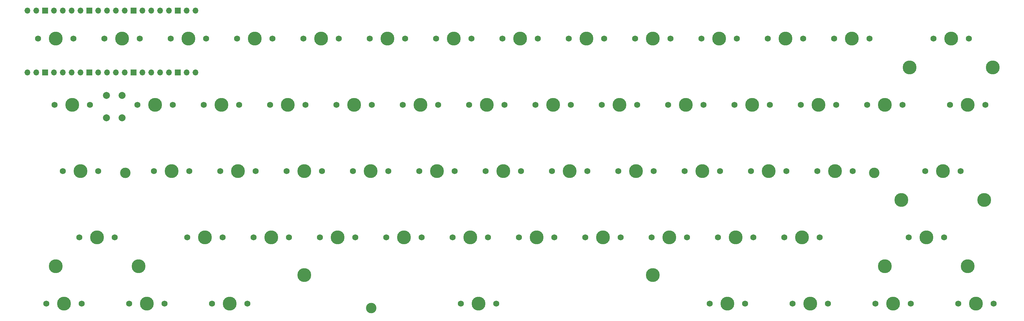
<source format=gbr>
%TF.GenerationSoftware,KiCad,Pcbnew,6.0.6-3a73a75311~116~ubuntu21.10.1*%
%TF.CreationDate,2022-11-06T15:30:45+01:00*%
%TF.ProjectId,Keyboard,4b657962-6f61-4726-942e-6b696361645f,v1*%
%TF.SameCoordinates,Original*%
%TF.FileFunction,Soldermask,Top*%
%TF.FilePolarity,Negative*%
%FSLAX46Y46*%
G04 Gerber Fmt 4.6, Leading zero omitted, Abs format (unit mm)*
G04 Created by KiCad (PCBNEW 6.0.6-3a73a75311~116~ubuntu21.10.1) date 2022-11-06 15:30:45*
%MOMM*%
%LPD*%
G01*
G04 APERTURE LIST*
%ADD10C,2.000000*%
%ADD11C,1.750000*%
%ADD12C,3.987800*%
%ADD13C,3.000000*%
%ADD14O,1.700000X1.700000*%
%ADD15R,1.700000X1.700000*%
G04 APERTURE END LIST*
D10*
%TO.C,SW62*%
X103049900Y-81675900D03*
X103049900Y-88175900D03*
X98549900Y-81675900D03*
X98549900Y-88175900D03*
%TD*%
D11*
%TO.C,SW9*%
X231294900Y-65403300D03*
D12*
X236374900Y-65403300D03*
D11*
X241454900Y-65403300D03*
%TD*%
%TO.C,SW33*%
X169376500Y-103499000D03*
X179536500Y-103499000D03*
D12*
X174456500Y-103499000D03*
%TD*%
D11*
%TO.C,SW4*%
X136044900Y-65403300D03*
D12*
X141124900Y-65403300D03*
D11*
X146204900Y-65403300D03*
%TD*%
%TO.C,SW30*%
X112228700Y-103499300D03*
X122388700Y-103499300D03*
D12*
X117308700Y-103499300D03*
%TD*%
D11*
%TO.C,SW42*%
X90799000Y-122547800D03*
X100959000Y-122547800D03*
D12*
X95879000Y-122547800D03*
%TD*%
D11*
%TO.C,SW25*%
X289075500Y-84450200D03*
X278915500Y-84450200D03*
D12*
X283995500Y-84450200D03*
%TD*%
D11*
%TO.C,SW28*%
X340814500Y-84450500D03*
X350974500Y-84450500D03*
D12*
X345894500Y-84450500D03*
%TD*%
%TO.C,SW49*%
X241123500Y-122548100D03*
D11*
X246203500Y-122548100D03*
X236043500Y-122548100D03*
%TD*%
%TO.C,SW12*%
X288444900Y-65403300D03*
D12*
X293524900Y-65403300D03*
D11*
X298604900Y-65403300D03*
%TD*%
D12*
%TO.C,SW20*%
X188745500Y-84450200D03*
D11*
X183665500Y-84450200D03*
X193825500Y-84450200D03*
%TD*%
%TO.C,SW11*%
X269394900Y-65403300D03*
X279554900Y-65403300D03*
D12*
X274474900Y-65403300D03*
%TD*%
D13*
%TO.C,M1*%
X103974700Y-103974700D03*
%TD*%
D11*
%TO.C,SW40*%
X312886500Y-103499000D03*
X302726500Y-103499000D03*
D12*
X307806500Y-103499000D03*
%TD*%
D14*
%TO.C,U1*%
X75851000Y-75085400D03*
X78391000Y-75085400D03*
D15*
X80931000Y-75085400D03*
D14*
X83471000Y-75085400D03*
X86011000Y-75085400D03*
X88551000Y-75085400D03*
X91091000Y-75085400D03*
D15*
X93631000Y-75085400D03*
D14*
X96171000Y-75085400D03*
X98711000Y-75085400D03*
X101251000Y-75085400D03*
X103791000Y-75085400D03*
D15*
X106331000Y-75085400D03*
D14*
X108871000Y-75085400D03*
X111411000Y-75085400D03*
X113951000Y-75085400D03*
X116491000Y-75085400D03*
D15*
X119031000Y-75085400D03*
D14*
X121571000Y-75085400D03*
X124111000Y-75085400D03*
X124111000Y-57305400D03*
X121571000Y-57305400D03*
D15*
X119031000Y-57305400D03*
D14*
X116491000Y-57305400D03*
X113951000Y-57305400D03*
X111411000Y-57305400D03*
X108871000Y-57305400D03*
D15*
X106331000Y-57305400D03*
D14*
X103791000Y-57305400D03*
X101251000Y-57305400D03*
X98711000Y-57305400D03*
X96171000Y-57305400D03*
D15*
X93631000Y-57305400D03*
D14*
X91091000Y-57305400D03*
X88551000Y-57305400D03*
X86011000Y-57305400D03*
X83471000Y-57305400D03*
D15*
X80931000Y-57305400D03*
D14*
X78391000Y-57305400D03*
X75851000Y-57305400D03*
%TD*%
D11*
%TO.C,SW23*%
X250975500Y-84450200D03*
X240815500Y-84450200D03*
D12*
X245895500Y-84450200D03*
%TD*%
D11*
%TO.C,SW31*%
X131277500Y-103499300D03*
D12*
X136357500Y-103499300D03*
D11*
X141437500Y-103499300D03*
%TD*%
D12*
%TO.C,SW50*%
X260173500Y-122548100D03*
D11*
X265253500Y-122548100D03*
X255093500Y-122548100D03*
%TD*%
%TO.C,SW51*%
X284303500Y-122548100D03*
D12*
X279223500Y-122548100D03*
D11*
X274143500Y-122548100D03*
%TD*%
%TO.C,SW17*%
X126515500Y-84450200D03*
X136675500Y-84450200D03*
D12*
X131595500Y-84450200D03*
%TD*%
D11*
%TO.C,SW38*%
X274786500Y-103499000D03*
D12*
X269706500Y-103499000D03*
D11*
X264626500Y-103499000D03*
%TD*%
%TO.C,SW37*%
X245576500Y-103499000D03*
X255736500Y-103499000D03*
D12*
X250656500Y-103499000D03*
%TD*%
D11*
%TO.C,SW55*%
X115245400Y-141596900D03*
X105085400Y-141596900D03*
D12*
X110165400Y-141596900D03*
%TD*%
D11*
%TO.C,SW14*%
X346229900Y-65403300D03*
X336069900Y-65403300D03*
D12*
X341149900Y-65403300D03*
%TD*%
%TO.C,SW13*%
X312574900Y-65403300D03*
D11*
X317654900Y-65403300D03*
X307494900Y-65403300D03*
%TD*%
D12*
%TO.C,SW27*%
X322083500Y-84450200D03*
D11*
X317003500Y-84450200D03*
X327163500Y-84450200D03*
%TD*%
D12*
%TO.C,SW16*%
X112546500Y-84450500D03*
D11*
X117626500Y-84450500D03*
X107466500Y-84450500D03*
%TD*%
%TO.C,SW44*%
X140802100Y-122547800D03*
X150962100Y-122547800D03*
D12*
X145882100Y-122547800D03*
%TD*%
D11*
%TO.C,SW43*%
X131913100Y-122548100D03*
X121753100Y-122548100D03*
D12*
X126833100Y-122548100D03*
%TD*%
%TO.C,SW32*%
X155406500Y-103499000D03*
D11*
X150326500Y-103499000D03*
X160486500Y-103499000D03*
%TD*%
D12*
%TO.C,SW24*%
X264945500Y-84450200D03*
D11*
X259865500Y-84450200D03*
X270025500Y-84450200D03*
%TD*%
D12*
%TO.C,SW46*%
X183973500Y-122548100D03*
D11*
X178893500Y-122548100D03*
X189053500Y-122548100D03*
%TD*%
%TO.C,SW52*%
X303352300Y-122548100D03*
X293192300Y-122548100D03*
D12*
X298272300Y-122548100D03*
%TD*%
%TO.C,SW39*%
X288756500Y-103499000D03*
D11*
X283676500Y-103499000D03*
X293836500Y-103499000D03*
%TD*%
D12*
%TO.C,SW15*%
X88735500Y-84450500D03*
D11*
X83655500Y-84450500D03*
X93815500Y-84450500D03*
%TD*%
%TO.C,SW21*%
X202715500Y-84450200D03*
D12*
X207795500Y-84450200D03*
D11*
X212875500Y-84450200D03*
%TD*%
%TO.C,SW8*%
X222404900Y-65403300D03*
D12*
X217324900Y-65403300D03*
D11*
X212244900Y-65403300D03*
%TD*%
D12*
%TO.C,SW3*%
X122074900Y-65403300D03*
D11*
X127154900Y-65403300D03*
X116994900Y-65403300D03*
%TD*%
%TO.C,SW29*%
X86035100Y-103499300D03*
D12*
X91115100Y-103499300D03*
D11*
X96195100Y-103499300D03*
%TD*%
%TO.C,SW58*%
X271762400Y-141596900D03*
D12*
X276842400Y-141596900D03*
D11*
X281922400Y-141596900D03*
%TD*%
%TO.C,SW53*%
X339068800Y-122548100D03*
D12*
X333988800Y-122548100D03*
D11*
X328908800Y-122548100D03*
%TD*%
D12*
%TO.C,STAB4*%
X345895050Y-130803100D03*
X322082550Y-130803100D03*
%TD*%
D11*
%TO.C,SW61*%
X343195400Y-141596900D03*
D12*
X348275400Y-141596900D03*
D11*
X353355400Y-141596900D03*
%TD*%
D12*
%TO.C,SW60*%
X324464400Y-141596900D03*
D11*
X319384400Y-141596900D03*
X329544400Y-141596900D03*
%TD*%
D12*
%TO.C,SW18*%
X150645500Y-84450200D03*
D11*
X155725500Y-84450200D03*
X145565500Y-84450200D03*
%TD*%
%TO.C,SW26*%
X308125500Y-84450200D03*
X297965500Y-84450200D03*
D12*
X303045500Y-84450200D03*
%TD*%
%TO.C,STAB1*%
X329225850Y-73656700D03*
X353038350Y-73656700D03*
%TD*%
%TO.C,SW54*%
X86354600Y-141596600D03*
D11*
X81274600Y-141596600D03*
X91434600Y-141596600D03*
%TD*%
%TO.C,SW2*%
X108104900Y-65403300D03*
D12*
X103024900Y-65403300D03*
D11*
X97944900Y-65403300D03*
%TD*%
D12*
%TO.C,SW36*%
X231606500Y-103499000D03*
D11*
X226526500Y-103499000D03*
X236686500Y-103499000D03*
%TD*%
%TO.C,SW5*%
X155094900Y-65403300D03*
X165254900Y-65403300D03*
D12*
X160174900Y-65403300D03*
%TD*%
%TO.C,SW57*%
X205409400Y-141596900D03*
D11*
X210489400Y-141596900D03*
X200329400Y-141596900D03*
%TD*%
%TO.C,SW35*%
X217636500Y-103499000D03*
X207476500Y-103499000D03*
D12*
X212556500Y-103499000D03*
%TD*%
D11*
%TO.C,SW19*%
X164615500Y-84450200D03*
X174775500Y-84450200D03*
D12*
X169695500Y-84450200D03*
%TD*%
D11*
%TO.C,SW59*%
X305732100Y-141596600D03*
X295572100Y-141596600D03*
D12*
X300652100Y-141596600D03*
%TD*%
%TO.C,SW48*%
X222073500Y-122548100D03*
D11*
X227153500Y-122548100D03*
X216993500Y-122548100D03*
%TD*%
D12*
%TO.C,SW10*%
X255424900Y-65403300D03*
D11*
X260504900Y-65403300D03*
X250344900Y-65403300D03*
%TD*%
D12*
%TO.C,SW22*%
X226845500Y-84450200D03*
D11*
X231925500Y-84450200D03*
X221765500Y-84450200D03*
%TD*%
D12*
%TO.C,STAB3*%
X107785050Y-130803100D03*
X83972550Y-130803100D03*
%TD*%
D11*
%TO.C,SW34*%
X198586500Y-103499000D03*
X188426500Y-103499000D03*
D12*
X193506500Y-103499000D03*
%TD*%
D13*
%TO.C,M3*%
X319067400Y-103974700D03*
%TD*%
D12*
%TO.C,STAB2*%
X350657250Y-111754300D03*
X326844750Y-111754300D03*
%TD*%
%TO.C,SW45*%
X164930700Y-122548100D03*
D11*
X159850700Y-122548100D03*
X170010700Y-122548100D03*
%TD*%
%TO.C,SW7*%
X203354900Y-65403300D03*
X193194900Y-65403300D03*
D12*
X198274900Y-65403300D03*
%TD*%
%TO.C,REF\u002A\u002A*%
X255415650Y-133341900D03*
X155403150Y-133341900D03*
%TD*%
D11*
%TO.C,SW41*%
X343831000Y-103499300D03*
D12*
X338751000Y-103499300D03*
D11*
X333671000Y-103499300D03*
%TD*%
%TO.C,SW1*%
X78894900Y-65403300D03*
D12*
X83974900Y-65403300D03*
D11*
X89054900Y-65403300D03*
%TD*%
%TO.C,SW6*%
X184304900Y-65403300D03*
D12*
X179224900Y-65403300D03*
D11*
X174144900Y-65403300D03*
%TD*%
D13*
%TO.C,M2*%
X174614000Y-142866000D03*
%TD*%
D11*
%TO.C,SW47*%
X208103500Y-122548100D03*
X197943500Y-122548100D03*
D12*
X203023500Y-122548100D03*
%TD*%
D11*
%TO.C,SW56*%
X139056400Y-141596900D03*
D12*
X133976400Y-141596900D03*
D11*
X128896400Y-141596900D03*
%TD*%
M02*

</source>
